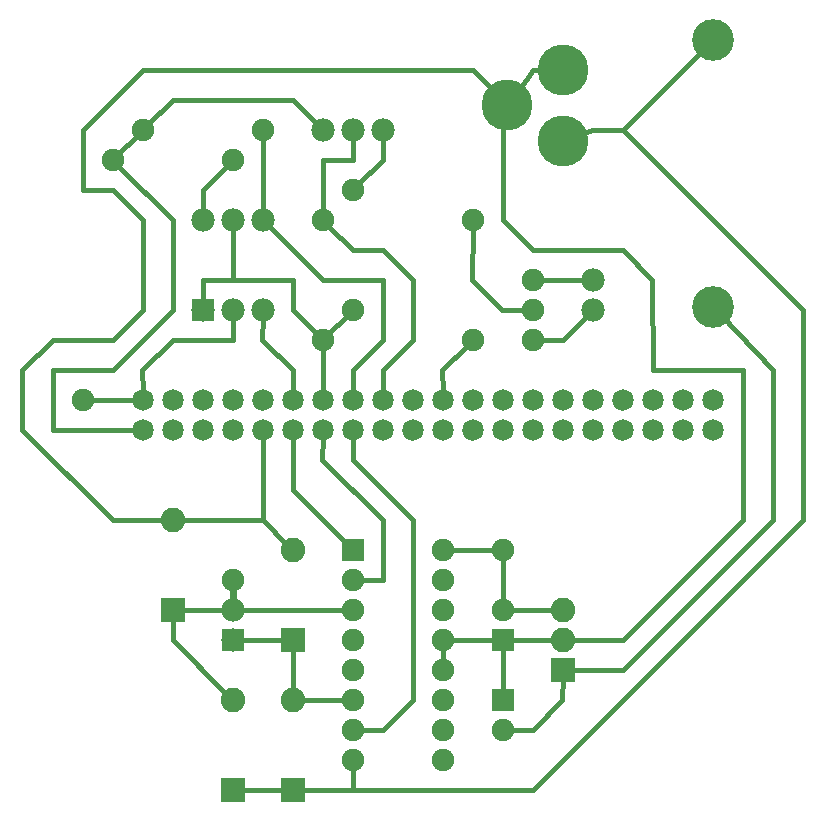
<source format=gbl>
G04 MADE WITH FRITZING*
G04 WWW.FRITZING.ORG*
G04 DOUBLE SIDED*
G04 HOLES PLATED*
G04 CONTOUR ON CENTER OF CONTOUR VECTOR*
%ASAXBY*%
%FSLAX23Y23*%
%MOIN*%
%OFA0B0*%
%SFA1.0B1.0*%
%ADD10C,0.075433*%
%ADD11C,0.170000*%
%ADD12C,0.078000*%
%ADD13C,0.075000*%
%ADD14C,0.071889*%
%ADD15C,0.071917*%
%ADD16C,0.082000*%
%ADD17C,0.138889*%
%ADD18R,0.075000X0.075000*%
%ADD19R,0.082000X0.082000*%
%ADD20R,0.078000X0.078000*%
%ADD21C,0.024000*%
%ADD22C,0.016000*%
%LNCOPPER0*%
G90*
G70*
G54D10*
X799Y833D03*
G54D11*
X1898Y2297D03*
X1898Y2533D03*
X1713Y2415D03*
G54D12*
X1298Y2333D03*
X1198Y2333D03*
X1098Y2333D03*
X698Y2033D03*
X798Y2033D03*
X898Y2033D03*
G54D13*
X1698Y633D03*
X1698Y733D03*
X1698Y433D03*
X1698Y333D03*
X1798Y1633D03*
X1798Y1733D03*
X1798Y1833D03*
X1598Y1633D03*
X1598Y2033D03*
G54D14*
X498Y1333D03*
X598Y1333D03*
X698Y1333D03*
X798Y1333D03*
G54D15*
X898Y1333D03*
G54D14*
X998Y1333D03*
X1098Y1333D03*
X1198Y1333D03*
X1298Y1333D03*
G54D15*
X1398Y1333D03*
G54D14*
X1498Y1333D03*
G54D15*
X1598Y1333D03*
G54D14*
X1698Y1333D03*
X1798Y1333D03*
X1898Y1333D03*
X1998Y1333D03*
G54D15*
X2098Y1333D03*
G54D14*
X2198Y1333D03*
X2298Y1333D03*
X2398Y1333D03*
X2398Y1433D03*
X2298Y1433D03*
X2198Y1433D03*
G54D15*
X2098Y1433D03*
G54D14*
X1998Y1433D03*
X1898Y1433D03*
X1798Y1433D03*
X1698Y1433D03*
G54D15*
X1598Y1433D03*
G54D14*
X1498Y1433D03*
G54D15*
X1398Y1433D03*
G54D14*
X1298Y1433D03*
X1198Y1433D03*
X1098Y1433D03*
X998Y1433D03*
G54D15*
X898Y1433D03*
G54D14*
X798Y1433D03*
X698Y1433D03*
X598Y1433D03*
X498Y1433D03*
G54D12*
X1998Y1733D03*
X1998Y1833D03*
G54D13*
X1198Y1733D03*
X1198Y2133D03*
X1098Y1633D03*
X1098Y2033D03*
G54D16*
X1898Y533D03*
X1898Y633D03*
X1898Y733D03*
G54D13*
X1198Y933D03*
X1498Y933D03*
X1198Y833D03*
X1498Y833D03*
X1198Y733D03*
X1498Y733D03*
X1198Y633D03*
X1498Y633D03*
X1198Y533D03*
X1498Y533D03*
X1198Y433D03*
X1498Y433D03*
X1198Y333D03*
X1498Y333D03*
X1198Y233D03*
X1498Y233D03*
G54D12*
X798Y633D03*
X798Y733D03*
G54D16*
X598Y733D03*
X598Y1031D03*
X998Y633D03*
X998Y931D03*
X798Y133D03*
X798Y431D03*
X998Y133D03*
X998Y431D03*
G54D17*
X2398Y2633D03*
X2398Y1744D03*
G54D13*
X398Y2233D03*
X798Y2233D03*
X498Y2333D03*
X898Y2333D03*
G54D12*
X698Y1733D03*
X798Y1733D03*
X898Y1733D03*
G54D10*
X1698Y933D03*
X298Y1433D03*
G54D18*
X1698Y633D03*
X1698Y433D03*
G54D19*
X1898Y533D03*
G54D18*
X1198Y933D03*
G54D20*
X798Y633D03*
G54D19*
X598Y732D03*
X998Y632D03*
X798Y132D03*
X998Y132D03*
G54D20*
X698Y1733D03*
G54D21*
X799Y804D02*
X798Y763D01*
G54D22*
D02*
X1182Y949D02*
X998Y1132D01*
D02*
X998Y1132D02*
X998Y1305D01*
D02*
X823Y733D02*
X1175Y733D01*
D02*
X998Y458D02*
X998Y606D01*
D02*
X1175Y433D02*
X1025Y431D01*
D02*
X625Y733D02*
X773Y733D01*
D02*
X598Y706D02*
X599Y632D01*
D02*
X599Y632D02*
X779Y450D01*
D02*
X971Y133D02*
X825Y133D01*
D02*
X1199Y134D02*
X1198Y210D01*
D02*
X1025Y133D02*
X1199Y134D01*
D02*
X1521Y633D02*
X1675Y633D01*
D02*
X1698Y610D02*
X1698Y456D01*
D02*
X1871Y633D02*
X1721Y633D01*
D02*
X1721Y733D02*
X1871Y733D01*
D02*
X1799Y2533D02*
X1751Y2467D01*
D02*
X1833Y2533D02*
X1799Y2533D01*
D02*
X1199Y134D02*
X1198Y210D01*
D02*
X2699Y1032D02*
X1799Y132D01*
D02*
X1799Y132D02*
X1199Y134D01*
D02*
X2699Y1733D02*
X2699Y1032D01*
D02*
X2099Y2333D02*
X2699Y1733D01*
D02*
X1996Y2332D02*
X2099Y2333D01*
D02*
X1959Y2319D02*
X1996Y2332D01*
D02*
X1498Y610D02*
X1498Y556D01*
D02*
X2599Y1032D02*
X2599Y1533D01*
D02*
X2599Y1533D02*
X2423Y1718D01*
D02*
X2099Y532D02*
X2599Y1032D01*
D02*
X1925Y533D02*
X2099Y532D01*
D02*
X1497Y1532D02*
X1498Y1461D01*
D02*
X1582Y1617D02*
X1497Y1532D01*
D02*
X1697Y1733D02*
X1775Y1733D01*
D02*
X1597Y1832D02*
X1697Y1733D01*
D02*
X1598Y2010D02*
X1597Y1832D01*
D02*
X1821Y1833D02*
X1973Y1833D01*
D02*
X1898Y1632D02*
X1821Y1633D01*
D02*
X1981Y1716D02*
X1898Y1632D01*
D02*
X2499Y1533D02*
X2199Y1533D01*
D02*
X2098Y633D02*
X2498Y1033D01*
D02*
X2197Y1834D02*
X2098Y1933D01*
D02*
X2199Y1533D02*
X2197Y1834D01*
D02*
X1798Y1933D02*
X1699Y2032D01*
D02*
X1698Y2334D02*
X1701Y2351D01*
D02*
X1925Y633D02*
X2098Y633D01*
D02*
X1699Y2032D02*
X1698Y2334D01*
D02*
X2498Y1033D02*
X2499Y1533D01*
D02*
X2098Y1933D02*
X1798Y1933D01*
D02*
X898Y2058D02*
X898Y2310D01*
D02*
X698Y2058D02*
X698Y2133D01*
D02*
X698Y2133D02*
X782Y2217D01*
D02*
X1299Y2234D02*
X1214Y2149D01*
D02*
X1298Y2308D02*
X1299Y2234D01*
D02*
X1199Y2234D02*
X1198Y2308D01*
D02*
X1098Y2234D02*
X1199Y2234D01*
D02*
X1098Y2056D02*
X1098Y2234D01*
D02*
X998Y1534D02*
X897Y1632D01*
D02*
X897Y1632D02*
X898Y1708D01*
D02*
X998Y1461D02*
X998Y1534D01*
D02*
X398Y2134D02*
X299Y2134D01*
D02*
X498Y1734D02*
X498Y2032D01*
D02*
X299Y2134D02*
X300Y2334D01*
D02*
X398Y1634D02*
X498Y1734D01*
D02*
X198Y1634D02*
X398Y1634D01*
D02*
X498Y2032D02*
X398Y2134D01*
D02*
X300Y2334D02*
X498Y2532D01*
D02*
X96Y1532D02*
X198Y1634D01*
D02*
X398Y1034D02*
X96Y1332D01*
D02*
X572Y1031D02*
X398Y1034D01*
D02*
X1599Y2534D02*
X1668Y2462D01*
D02*
X96Y1332D02*
X96Y1532D01*
D02*
X898Y1305D02*
X899Y1034D01*
D02*
X899Y1034D02*
X980Y950D01*
D02*
X899Y1034D02*
X898Y1305D01*
D02*
X625Y1031D02*
X899Y1034D01*
D02*
X1698Y910D02*
X1698Y756D01*
D02*
X470Y1433D02*
X321Y1433D01*
D02*
X198Y1332D02*
X470Y1333D01*
D02*
X598Y2033D02*
X598Y1733D01*
D02*
X598Y1733D02*
X398Y1532D01*
D02*
X398Y1532D02*
X198Y1532D01*
D02*
X414Y2217D02*
X598Y2033D01*
D02*
X198Y1532D02*
X198Y1332D01*
D02*
X414Y2249D02*
X482Y2317D01*
D02*
X998Y1732D02*
X999Y1833D01*
D02*
X999Y1833D02*
X798Y1833D01*
D02*
X798Y1833D02*
X798Y2008D01*
D02*
X1082Y1649D02*
X998Y1732D01*
D02*
X1114Y1649D02*
X1182Y1717D01*
D02*
X999Y2433D02*
X598Y2433D01*
D02*
X598Y2433D02*
X514Y2349D01*
D02*
X1081Y2350D02*
X999Y2433D01*
D02*
X1299Y1534D02*
X1298Y1461D01*
D02*
X1399Y1632D02*
X1299Y1534D01*
D02*
X1399Y1832D02*
X1399Y1632D01*
D02*
X1299Y1933D02*
X1399Y1832D01*
D02*
X1199Y1933D02*
X1299Y1933D01*
D02*
X1114Y2017D02*
X1199Y1933D01*
D02*
X798Y1833D02*
X798Y2008D01*
D02*
X698Y1758D02*
X698Y1833D01*
D02*
X698Y1833D02*
X798Y1833D01*
D02*
X598Y1634D02*
X798Y1633D01*
D02*
X798Y1633D02*
X798Y1708D01*
D02*
X497Y1532D02*
X598Y1634D01*
D02*
X498Y1461D02*
X497Y1533D01*
D02*
X1299Y1833D02*
X1099Y1833D01*
D02*
X1299Y1632D02*
X1299Y1833D01*
D02*
X1099Y1833D02*
X915Y2016D01*
D02*
X1199Y1534D02*
X1299Y1632D01*
D02*
X1198Y1461D02*
X1199Y1534D01*
D02*
X1675Y933D02*
X1521Y933D01*
D02*
X1897Y434D02*
X1898Y506D01*
D02*
X1721Y333D02*
X1798Y332D01*
D02*
X1798Y332D02*
X1897Y434D01*
D02*
X1298Y1034D02*
X1097Y1234D01*
D02*
X1097Y1234D02*
X1098Y1305D01*
D02*
X1298Y833D02*
X1298Y1034D01*
D02*
X1221Y833D02*
X1298Y833D01*
D02*
X1399Y1034D02*
X1199Y1234D01*
D02*
X1199Y1234D02*
X1198Y1305D01*
D02*
X1399Y434D02*
X1399Y1034D01*
D02*
X1298Y332D02*
X1399Y434D01*
D02*
X1221Y333D02*
X1298Y332D01*
D02*
X1098Y1610D02*
X1098Y1461D01*
D02*
X2099Y2333D02*
X2373Y2607D01*
D02*
X1959Y2319D02*
X1999Y2333D01*
D02*
X1999Y2333D02*
X2099Y2333D01*
D02*
X971Y633D02*
X823Y633D01*
D02*
X498Y2532D02*
X1599Y2534D01*
G04 End of Copper0*
M02*
</source>
